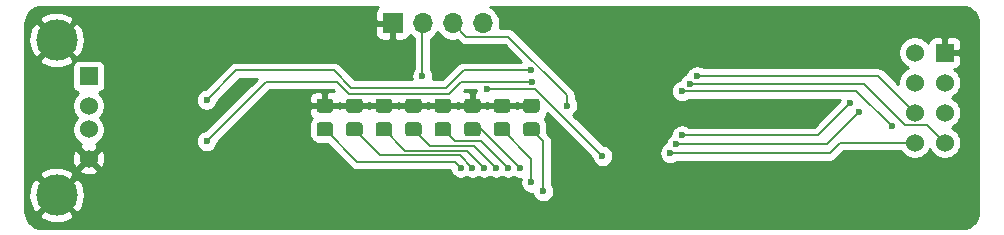
<source format=gbl>
G04 #@! TF.GenerationSoftware,KiCad,Pcbnew,(5.1.10)-1*
G04 #@! TF.CreationDate,2022-03-27T16:46:42+02:00*
G04 #@! TF.ProjectId,LaserAutoSkipper_RX_schematic,4c617365-7241-4757-946f-536b69707065,1*
G04 #@! TF.SameCoordinates,Original*
G04 #@! TF.FileFunction,Copper,L2,Bot*
G04 #@! TF.FilePolarity,Positive*
%FSLAX46Y46*%
G04 Gerber Fmt 4.6, Leading zero omitted, Abs format (unit mm)*
G04 Created by KiCad (PCBNEW (5.1.10)-1) date 2022-03-27 16:46:42*
%MOMM*%
%LPD*%
G01*
G04 APERTURE LIST*
G04 #@! TA.AperFunction,ComponentPad*
%ADD10C,1.524000*%
G04 #@! TD*
G04 #@! TA.AperFunction,ComponentPad*
%ADD11R,1.524000X1.524000*%
G04 #@! TD*
G04 #@! TA.AperFunction,ComponentPad*
%ADD12C,3.500000*%
G04 #@! TD*
G04 #@! TA.AperFunction,ComponentPad*
%ADD13O,1.700000X1.700000*%
G04 #@! TD*
G04 #@! TA.AperFunction,ComponentPad*
%ADD14R,1.700000X1.700000*%
G04 #@! TD*
G04 #@! TA.AperFunction,ViaPad*
%ADD15C,0.600000*%
G04 #@! TD*
G04 #@! TA.AperFunction,Conductor*
%ADD16C,0.200000*%
G04 #@! TD*
G04 #@! TA.AperFunction,Conductor*
%ADD17C,0.254000*%
G04 #@! TD*
G04 #@! TA.AperFunction,Conductor*
%ADD18C,0.152400*%
G04 #@! TD*
G04 APERTURE END LIST*
D10*
X60000000Y-71500000D03*
X60000000Y-69000000D03*
X60000000Y-67000000D03*
D11*
X60000000Y-64500000D03*
D12*
X57290000Y-61430000D03*
X57290000Y-74570000D03*
D13*
X93370000Y-60000000D03*
X90830000Y-60000000D03*
X88290000Y-60000000D03*
D14*
X85750000Y-60000000D03*
D10*
X129960000Y-70120000D03*
X132500000Y-70120000D03*
X129960000Y-67580000D03*
X132500000Y-67580000D03*
X129960000Y-65040000D03*
X132500000Y-65040000D03*
X129960000Y-62500000D03*
D11*
X132500000Y-62500000D03*
G04 #@! TA.AperFunction,SMDPad,CuDef*
G36*
G01*
X97950001Y-67600000D02*
X97049999Y-67600000D01*
G75*
G02*
X96800000Y-67350001I0J249999D01*
G01*
X96800000Y-66649999D01*
G75*
G02*
X97049999Y-66400000I249999J0D01*
G01*
X97950001Y-66400000D01*
G75*
G02*
X98200000Y-66649999I0J-249999D01*
G01*
X98200000Y-67350001D01*
G75*
G02*
X97950001Y-67600000I-249999J0D01*
G01*
G37*
G04 #@! TD.AperFunction*
G04 #@! TA.AperFunction,SMDPad,CuDef*
G36*
G01*
X97950001Y-69600000D02*
X97049999Y-69600000D01*
G75*
G02*
X96800000Y-69350001I0J249999D01*
G01*
X96800000Y-68649999D01*
G75*
G02*
X97049999Y-68400000I249999J0D01*
G01*
X97950001Y-68400000D01*
G75*
G02*
X98200000Y-68649999I0J-249999D01*
G01*
X98200000Y-69350001D01*
G75*
G02*
X97950001Y-69600000I-249999J0D01*
G01*
G37*
G04 #@! TD.AperFunction*
G04 #@! TA.AperFunction,SMDPad,CuDef*
G36*
G01*
X95450001Y-67600000D02*
X94549999Y-67600000D01*
G75*
G02*
X94300000Y-67350001I0J249999D01*
G01*
X94300000Y-66649999D01*
G75*
G02*
X94549999Y-66400000I249999J0D01*
G01*
X95450001Y-66400000D01*
G75*
G02*
X95700000Y-66649999I0J-249999D01*
G01*
X95700000Y-67350001D01*
G75*
G02*
X95450001Y-67600000I-249999J0D01*
G01*
G37*
G04 #@! TD.AperFunction*
G04 #@! TA.AperFunction,SMDPad,CuDef*
G36*
G01*
X95450001Y-69600000D02*
X94549999Y-69600000D01*
G75*
G02*
X94300000Y-69350001I0J249999D01*
G01*
X94300000Y-68649999D01*
G75*
G02*
X94549999Y-68400000I249999J0D01*
G01*
X95450001Y-68400000D01*
G75*
G02*
X95700000Y-68649999I0J-249999D01*
G01*
X95700000Y-69350001D01*
G75*
G02*
X95450001Y-69600000I-249999J0D01*
G01*
G37*
G04 #@! TD.AperFunction*
G04 #@! TA.AperFunction,SMDPad,CuDef*
G36*
G01*
X92950001Y-67600000D02*
X92049999Y-67600000D01*
G75*
G02*
X91800000Y-67350001I0J249999D01*
G01*
X91800000Y-66649999D01*
G75*
G02*
X92049999Y-66400000I249999J0D01*
G01*
X92950001Y-66400000D01*
G75*
G02*
X93200000Y-66649999I0J-249999D01*
G01*
X93200000Y-67350001D01*
G75*
G02*
X92950001Y-67600000I-249999J0D01*
G01*
G37*
G04 #@! TD.AperFunction*
G04 #@! TA.AperFunction,SMDPad,CuDef*
G36*
G01*
X92950001Y-69600000D02*
X92049999Y-69600000D01*
G75*
G02*
X91800000Y-69350001I0J249999D01*
G01*
X91800000Y-68649999D01*
G75*
G02*
X92049999Y-68400000I249999J0D01*
G01*
X92950001Y-68400000D01*
G75*
G02*
X93200000Y-68649999I0J-249999D01*
G01*
X93200000Y-69350001D01*
G75*
G02*
X92950001Y-69600000I-249999J0D01*
G01*
G37*
G04 #@! TD.AperFunction*
G04 #@! TA.AperFunction,SMDPad,CuDef*
G36*
G01*
X90450000Y-67600000D02*
X89549998Y-67600000D01*
G75*
G02*
X89299999Y-67350001I0J249999D01*
G01*
X89299999Y-66649999D01*
G75*
G02*
X89549998Y-66400000I249999J0D01*
G01*
X90450000Y-66400000D01*
G75*
G02*
X90699999Y-66649999I0J-249999D01*
G01*
X90699999Y-67350001D01*
G75*
G02*
X90450000Y-67600000I-249999J0D01*
G01*
G37*
G04 #@! TD.AperFunction*
G04 #@! TA.AperFunction,SMDPad,CuDef*
G36*
G01*
X90450000Y-69600000D02*
X89549998Y-69600000D01*
G75*
G02*
X89299999Y-69350001I0J249999D01*
G01*
X89299999Y-68649999D01*
G75*
G02*
X89549998Y-68400000I249999J0D01*
G01*
X90450000Y-68400000D01*
G75*
G02*
X90699999Y-68649999I0J-249999D01*
G01*
X90699999Y-69350001D01*
G75*
G02*
X90450000Y-69600000I-249999J0D01*
G01*
G37*
G04 #@! TD.AperFunction*
G04 #@! TA.AperFunction,SMDPad,CuDef*
G36*
G01*
X87950001Y-67599999D02*
X87049999Y-67599999D01*
G75*
G02*
X86800000Y-67350000I0J249999D01*
G01*
X86800000Y-66649998D01*
G75*
G02*
X87049999Y-66399999I249999J0D01*
G01*
X87950001Y-66399999D01*
G75*
G02*
X88200000Y-66649998I0J-249999D01*
G01*
X88200000Y-67350000D01*
G75*
G02*
X87950001Y-67599999I-249999J0D01*
G01*
G37*
G04 #@! TD.AperFunction*
G04 #@! TA.AperFunction,SMDPad,CuDef*
G36*
G01*
X87950001Y-69599999D02*
X87049999Y-69599999D01*
G75*
G02*
X86800000Y-69350000I0J249999D01*
G01*
X86800000Y-68649998D01*
G75*
G02*
X87049999Y-68399999I249999J0D01*
G01*
X87950001Y-68399999D01*
G75*
G02*
X88200000Y-68649998I0J-249999D01*
G01*
X88200000Y-69350000D01*
G75*
G02*
X87950001Y-69599999I-249999J0D01*
G01*
G37*
G04 #@! TD.AperFunction*
G04 #@! TA.AperFunction,SMDPad,CuDef*
G36*
G01*
X85450001Y-67599999D02*
X84549999Y-67599999D01*
G75*
G02*
X84300000Y-67350000I0J249999D01*
G01*
X84300000Y-66649998D01*
G75*
G02*
X84549999Y-66399999I249999J0D01*
G01*
X85450001Y-66399999D01*
G75*
G02*
X85700000Y-66649998I0J-249999D01*
G01*
X85700000Y-67350000D01*
G75*
G02*
X85450001Y-67599999I-249999J0D01*
G01*
G37*
G04 #@! TD.AperFunction*
G04 #@! TA.AperFunction,SMDPad,CuDef*
G36*
G01*
X85450001Y-69599999D02*
X84549999Y-69599999D01*
G75*
G02*
X84300000Y-69350000I0J249999D01*
G01*
X84300000Y-68649998D01*
G75*
G02*
X84549999Y-68399999I249999J0D01*
G01*
X85450001Y-68399999D01*
G75*
G02*
X85700000Y-68649998I0J-249999D01*
G01*
X85700000Y-69350000D01*
G75*
G02*
X85450001Y-69599999I-249999J0D01*
G01*
G37*
G04 #@! TD.AperFunction*
G04 #@! TA.AperFunction,SMDPad,CuDef*
G36*
G01*
X82950001Y-67599999D02*
X82049999Y-67599999D01*
G75*
G02*
X81800000Y-67350000I0J249999D01*
G01*
X81800000Y-66649998D01*
G75*
G02*
X82049999Y-66399999I249999J0D01*
G01*
X82950001Y-66399999D01*
G75*
G02*
X83200000Y-66649998I0J-249999D01*
G01*
X83200000Y-67350000D01*
G75*
G02*
X82950001Y-67599999I-249999J0D01*
G01*
G37*
G04 #@! TD.AperFunction*
G04 #@! TA.AperFunction,SMDPad,CuDef*
G36*
G01*
X82950001Y-69599999D02*
X82049999Y-69599999D01*
G75*
G02*
X81800000Y-69350000I0J249999D01*
G01*
X81800000Y-68649998D01*
G75*
G02*
X82049999Y-68399999I249999J0D01*
G01*
X82950001Y-68399999D01*
G75*
G02*
X83200000Y-68649998I0J-249999D01*
G01*
X83200000Y-69350000D01*
G75*
G02*
X82950001Y-69599999I-249999J0D01*
G01*
G37*
G04 #@! TD.AperFunction*
G04 #@! TA.AperFunction,SMDPad,CuDef*
G36*
G01*
X80450001Y-67599999D02*
X79549999Y-67599999D01*
G75*
G02*
X79300000Y-67350000I0J249999D01*
G01*
X79300000Y-66649998D01*
G75*
G02*
X79549999Y-66399999I249999J0D01*
G01*
X80450001Y-66399999D01*
G75*
G02*
X80700000Y-66649998I0J-249999D01*
G01*
X80700000Y-67350000D01*
G75*
G02*
X80450001Y-67599999I-249999J0D01*
G01*
G37*
G04 #@! TD.AperFunction*
G04 #@! TA.AperFunction,SMDPad,CuDef*
G36*
G01*
X80450001Y-69599999D02*
X79549999Y-69599999D01*
G75*
G02*
X79300000Y-69350000I0J249999D01*
G01*
X79300000Y-68649998D01*
G75*
G02*
X79549999Y-68399999I249999J0D01*
G01*
X80450001Y-68399999D01*
G75*
G02*
X80700000Y-68649998I0J-249999D01*
G01*
X80700000Y-69350000D01*
G75*
G02*
X80450001Y-69599999I-249999J0D01*
G01*
G37*
G04 #@! TD.AperFunction*
D15*
X104000000Y-70000000D03*
X102000000Y-68000000D03*
X104000000Y-66000000D03*
X106000000Y-68000000D03*
X109250000Y-68000000D03*
X109750000Y-62500000D03*
X89500000Y-62250000D03*
X91500000Y-72249996D03*
X92500000Y-72249996D03*
X93500000Y-72249996D03*
X94500000Y-72249996D03*
X95500000Y-72249996D03*
X96500000Y-72249996D03*
X97500000Y-73500000D03*
X98500000Y-74250000D03*
X70000000Y-70000000D03*
X97533275Y-64966725D03*
X70000000Y-66500000D03*
X97500000Y-64000000D03*
X103500000Y-71250000D03*
X93750000Y-65566725D03*
X111500000Y-64500000D03*
X110934313Y-65127460D03*
X110250000Y-65750000D03*
X128000000Y-68750000D03*
X109250000Y-71000000D03*
X109750000Y-70250000D03*
X125250000Y-67500000D03*
X110250000Y-69500000D03*
X124500000Y-66750000D03*
X100500000Y-67000000D03*
X88250000Y-64500000D03*
D16*
X91500000Y-72249996D02*
X91000004Y-71750000D01*
X82750001Y-71750000D02*
X80000000Y-68999999D01*
X91000004Y-71750000D02*
X82750001Y-71750000D01*
X84700031Y-71200030D02*
X82500000Y-68999999D01*
X91450034Y-71200030D02*
X84700031Y-71200030D01*
X92500000Y-72249996D02*
X91450034Y-71200030D01*
X86800021Y-70800020D02*
X85000000Y-68999999D01*
X92050024Y-70800020D02*
X86800021Y-70800020D01*
X93500000Y-72249996D02*
X92050024Y-70800020D01*
X88900011Y-70400010D02*
X87500000Y-68999999D01*
X92650014Y-70400010D02*
X88900011Y-70400010D01*
X94500000Y-72249996D02*
X92650014Y-70400010D01*
X95500000Y-72249996D02*
X93250004Y-70000000D01*
X90999999Y-70000000D02*
X89999999Y-69000000D01*
X93250004Y-70000000D02*
X90999999Y-70000000D01*
X93250004Y-69000000D02*
X92500000Y-69000000D01*
X96500000Y-72249996D02*
X93250004Y-69000000D01*
X97500000Y-71500000D02*
X95000000Y-69000000D01*
X97500000Y-73500000D02*
X97500000Y-71500000D01*
X98500000Y-70000000D02*
X97500000Y-69000000D01*
X98500000Y-74250000D02*
X98500000Y-70000000D01*
X75033275Y-64966725D02*
X70000000Y-70000000D01*
X81033275Y-64966725D02*
X75033275Y-64966725D01*
X82066550Y-66000000D02*
X81033275Y-64966725D01*
X90500000Y-66000000D02*
X82066550Y-66000000D01*
X91533275Y-64966725D02*
X90500000Y-66000000D01*
X97533275Y-64966725D02*
X91533275Y-64966725D01*
X72500000Y-64000000D02*
X70000000Y-66500000D01*
X80750000Y-64000000D02*
X72500000Y-64000000D01*
X82250000Y-65500000D02*
X80750000Y-64000000D01*
X90250000Y-65500000D02*
X82250000Y-65500000D01*
X91750000Y-64000000D02*
X90250000Y-65500000D01*
X97500000Y-64000000D02*
X91750000Y-64000000D01*
X97816725Y-65566725D02*
X93750000Y-65566725D01*
X103500000Y-71250000D02*
X97816725Y-65566725D01*
X126880000Y-64500000D02*
X129960000Y-67580000D01*
X111500000Y-64500000D02*
X126880000Y-64500000D01*
X125627460Y-65127460D02*
X110934313Y-65127460D01*
X129142001Y-68642001D02*
X125627460Y-65127460D01*
X131022001Y-68642001D02*
X129142001Y-68642001D01*
X132500000Y-70120000D02*
X131022001Y-68642001D01*
X110250000Y-65750000D02*
X125000000Y-65750000D01*
X125000000Y-65750000D02*
X128000000Y-68750000D01*
X129960000Y-70120000D02*
X123630000Y-70120000D01*
X123630000Y-70120000D02*
X122750000Y-71000000D01*
X109250000Y-71000000D02*
X122750000Y-71000000D01*
X122500000Y-70250000D02*
X125250000Y-67500000D01*
X109750000Y-70250000D02*
X122500000Y-70250000D01*
X121750000Y-69500000D02*
X124500000Y-66750000D01*
X110250000Y-69500000D02*
X121750000Y-69500000D01*
X91980001Y-61150001D02*
X90830000Y-60000000D01*
X95538003Y-61150001D02*
X91980001Y-61150001D01*
X100500000Y-66111998D02*
X95538003Y-61150001D01*
X100500000Y-67000000D02*
X100500000Y-66111998D01*
X88250000Y-60040000D02*
X88290000Y-60000000D01*
X88250000Y-64500000D02*
X88250000Y-60040000D01*
D17*
X84448815Y-58698815D02*
X84369463Y-58795506D01*
X84310498Y-58905820D01*
X84274188Y-59025518D01*
X84261928Y-59150000D01*
X84265000Y-59714250D01*
X84423750Y-59873000D01*
X85623000Y-59873000D01*
X85623000Y-59853000D01*
X85877000Y-59853000D01*
X85877000Y-59873000D01*
X85897000Y-59873000D01*
X85897000Y-60127000D01*
X85877000Y-60127000D01*
X85877000Y-61326250D01*
X86035750Y-61485000D01*
X86600000Y-61488072D01*
X86724482Y-61475812D01*
X86844180Y-61439502D01*
X86954494Y-61380537D01*
X87051185Y-61301185D01*
X87130537Y-61204494D01*
X87189502Y-61094180D01*
X87211513Y-61021620D01*
X87343368Y-61153475D01*
X87515001Y-61268156D01*
X87515000Y-63917049D01*
X87421414Y-64057111D01*
X87350932Y-64227271D01*
X87315000Y-64407911D01*
X87315000Y-64592089D01*
X87349395Y-64765000D01*
X82554447Y-64765000D01*
X81295258Y-63505812D01*
X81272238Y-63477762D01*
X81160320Y-63385913D01*
X81032633Y-63317663D01*
X80894085Y-63275635D01*
X80786105Y-63265000D01*
X80750000Y-63261444D01*
X80713895Y-63265000D01*
X72536105Y-63265000D01*
X72500000Y-63261444D01*
X72463895Y-63265000D01*
X72355915Y-63275635D01*
X72217367Y-63317663D01*
X72089680Y-63385913D01*
X71977762Y-63477762D01*
X71954746Y-63505807D01*
X69892485Y-65568068D01*
X69727271Y-65600932D01*
X69557111Y-65671414D01*
X69403972Y-65773738D01*
X69273738Y-65903972D01*
X69171414Y-66057111D01*
X69100932Y-66227271D01*
X69065000Y-66407911D01*
X69065000Y-66592089D01*
X69100932Y-66772729D01*
X69171414Y-66942889D01*
X69273738Y-67096028D01*
X69403972Y-67226262D01*
X69557111Y-67328586D01*
X69727271Y-67399068D01*
X69907911Y-67435000D01*
X70092089Y-67435000D01*
X70272729Y-67399068D01*
X70442889Y-67328586D01*
X70596028Y-67226262D01*
X70726262Y-67096028D01*
X70828586Y-66942889D01*
X70899068Y-66772729D01*
X70931932Y-66607515D01*
X72804447Y-64735000D01*
X74225553Y-64735000D01*
X69892486Y-69068068D01*
X69727271Y-69100932D01*
X69557111Y-69171414D01*
X69403972Y-69273738D01*
X69273738Y-69403972D01*
X69171414Y-69557111D01*
X69100932Y-69727271D01*
X69065000Y-69907911D01*
X69065000Y-70092089D01*
X69100932Y-70272729D01*
X69171414Y-70442889D01*
X69273738Y-70596028D01*
X69403972Y-70726262D01*
X69557111Y-70828586D01*
X69727271Y-70899068D01*
X69907911Y-70935000D01*
X70092089Y-70935000D01*
X70272729Y-70899068D01*
X70442889Y-70828586D01*
X70596028Y-70726262D01*
X70726262Y-70596028D01*
X70828586Y-70442889D01*
X70899068Y-70272729D01*
X70931932Y-70107514D01*
X74639447Y-66399999D01*
X78661928Y-66399999D01*
X78665000Y-66714249D01*
X78823750Y-66872999D01*
X79873000Y-66872999D01*
X79873000Y-65923749D01*
X79714250Y-65764999D01*
X79300000Y-65761927D01*
X79175518Y-65774187D01*
X79055820Y-65810497D01*
X78945506Y-65869462D01*
X78848815Y-65948814D01*
X78769463Y-66045505D01*
X78710498Y-66155819D01*
X78674188Y-66275517D01*
X78661928Y-66399999D01*
X74639447Y-66399999D01*
X75337722Y-65701725D01*
X80728829Y-65701725D01*
X80798757Y-65771653D01*
X80700000Y-65761927D01*
X80285750Y-65764999D01*
X80127000Y-65923749D01*
X80127000Y-66872999D01*
X81176250Y-66872999D01*
X81250000Y-66799249D01*
X81323750Y-66872999D01*
X82373000Y-66872999D01*
X82373000Y-66852999D01*
X82627000Y-66852999D01*
X82627000Y-66872999D01*
X83676250Y-66872999D01*
X83750000Y-66799249D01*
X83823750Y-66872999D01*
X84873000Y-66872999D01*
X84873000Y-66852999D01*
X85127000Y-66852999D01*
X85127000Y-66872999D01*
X86176250Y-66872999D01*
X86250000Y-66799249D01*
X86323750Y-66872999D01*
X87373000Y-66872999D01*
X87373000Y-66852999D01*
X87627000Y-66852999D01*
X87627000Y-66872999D01*
X88676250Y-66872999D01*
X88749999Y-66799250D01*
X88823749Y-66873000D01*
X89872999Y-66873000D01*
X89872999Y-66853000D01*
X90126999Y-66853000D01*
X90126999Y-66873000D01*
X91176249Y-66873000D01*
X91250000Y-66799250D01*
X91323750Y-66873000D01*
X92373000Y-66873000D01*
X92373000Y-65923750D01*
X92214250Y-65765000D01*
X91800000Y-65761928D01*
X91775063Y-65764384D01*
X91837722Y-65701725D01*
X92823536Y-65701725D01*
X92836048Y-65764627D01*
X92785750Y-65765000D01*
X92627000Y-65923750D01*
X92627000Y-66873000D01*
X93676250Y-66873000D01*
X93750000Y-66799250D01*
X93823750Y-66873000D01*
X94873000Y-66873000D01*
X94873000Y-66853000D01*
X95127000Y-66853000D01*
X95127000Y-66873000D01*
X96176250Y-66873000D01*
X96250000Y-66799250D01*
X96323750Y-66873000D01*
X97373000Y-66873000D01*
X97373000Y-66853000D01*
X97627000Y-66853000D01*
X97627000Y-66873000D01*
X97647000Y-66873000D01*
X97647000Y-67127000D01*
X97627000Y-67127000D01*
X97627000Y-67147000D01*
X97373000Y-67147000D01*
X97373000Y-67127000D01*
X96323750Y-67127000D01*
X96250000Y-67200750D01*
X96176250Y-67127000D01*
X95127000Y-67127000D01*
X95127000Y-67147000D01*
X94873000Y-67147000D01*
X94873000Y-67127000D01*
X93823750Y-67127000D01*
X93750000Y-67200750D01*
X93676250Y-67127000D01*
X92627000Y-67127000D01*
X92627000Y-67147000D01*
X92373000Y-67147000D01*
X92373000Y-67127000D01*
X91323750Y-67127000D01*
X91250000Y-67200751D01*
X91176249Y-67127000D01*
X90126999Y-67127000D01*
X90126999Y-67147000D01*
X89872999Y-67147000D01*
X89872999Y-67127000D01*
X88823749Y-67127000D01*
X88750000Y-67200749D01*
X88676250Y-67126999D01*
X87627000Y-67126999D01*
X87627000Y-67146999D01*
X87373000Y-67146999D01*
X87373000Y-67126999D01*
X86323750Y-67126999D01*
X86250000Y-67200749D01*
X86176250Y-67126999D01*
X85127000Y-67126999D01*
X85127000Y-67146999D01*
X84873000Y-67146999D01*
X84873000Y-67126999D01*
X83823750Y-67126999D01*
X83750000Y-67200749D01*
X83676250Y-67126999D01*
X82627000Y-67126999D01*
X82627000Y-67146999D01*
X82373000Y-67146999D01*
X82373000Y-67126999D01*
X81323750Y-67126999D01*
X81250000Y-67200749D01*
X81176250Y-67126999D01*
X80127000Y-67126999D01*
X80127000Y-67146999D01*
X79873000Y-67146999D01*
X79873000Y-67126999D01*
X78823750Y-67126999D01*
X78665000Y-67285749D01*
X78661928Y-67599999D01*
X78674188Y-67724481D01*
X78710498Y-67844179D01*
X78769463Y-67954493D01*
X78848815Y-68051184D01*
X78878276Y-68075362D01*
X78811595Y-68156612D01*
X78729528Y-68310148D01*
X78678992Y-68476744D01*
X78661928Y-68649998D01*
X78661928Y-69350000D01*
X78678992Y-69523254D01*
X78729528Y-69689850D01*
X78811595Y-69843386D01*
X78922038Y-69977961D01*
X79056613Y-70088404D01*
X79210149Y-70170471D01*
X79376745Y-70221007D01*
X79549999Y-70238071D01*
X80198626Y-70238071D01*
X82204747Y-72244193D01*
X82227763Y-72272238D01*
X82255807Y-72295253D01*
X82339681Y-72364087D01*
X82467367Y-72432337D01*
X82605916Y-72474365D01*
X82750001Y-72488556D01*
X82786106Y-72485000D01*
X90593428Y-72485000D01*
X90600932Y-72522725D01*
X90671414Y-72692885D01*
X90773738Y-72846024D01*
X90903972Y-72976258D01*
X91057111Y-73078582D01*
X91227271Y-73149064D01*
X91407911Y-73184996D01*
X91592089Y-73184996D01*
X91772729Y-73149064D01*
X91942889Y-73078582D01*
X92000000Y-73040422D01*
X92057111Y-73078582D01*
X92227271Y-73149064D01*
X92407911Y-73184996D01*
X92592089Y-73184996D01*
X92772729Y-73149064D01*
X92942889Y-73078582D01*
X93000000Y-73040422D01*
X93057111Y-73078582D01*
X93227271Y-73149064D01*
X93407911Y-73184996D01*
X93592089Y-73184996D01*
X93772729Y-73149064D01*
X93942889Y-73078582D01*
X94000000Y-73040422D01*
X94057111Y-73078582D01*
X94227271Y-73149064D01*
X94407911Y-73184996D01*
X94592089Y-73184996D01*
X94772729Y-73149064D01*
X94942889Y-73078582D01*
X95000000Y-73040422D01*
X95057111Y-73078582D01*
X95227271Y-73149064D01*
X95407911Y-73184996D01*
X95592089Y-73184996D01*
X95772729Y-73149064D01*
X95942889Y-73078582D01*
X96000000Y-73040422D01*
X96057111Y-73078582D01*
X96227271Y-73149064D01*
X96407911Y-73184996D01*
X96592089Y-73184996D01*
X96620809Y-73179283D01*
X96600932Y-73227271D01*
X96565000Y-73407911D01*
X96565000Y-73592089D01*
X96600932Y-73772729D01*
X96671414Y-73942889D01*
X96773738Y-74096028D01*
X96903972Y-74226262D01*
X97057111Y-74328586D01*
X97227271Y-74399068D01*
X97407911Y-74435000D01*
X97583481Y-74435000D01*
X97600932Y-74522729D01*
X97671414Y-74692889D01*
X97773738Y-74846028D01*
X97903972Y-74976262D01*
X98057111Y-75078586D01*
X98227271Y-75149068D01*
X98407911Y-75185000D01*
X98592089Y-75185000D01*
X98772729Y-75149068D01*
X98942889Y-75078586D01*
X99096028Y-74976262D01*
X99226262Y-74846028D01*
X99328586Y-74692889D01*
X99399068Y-74522729D01*
X99435000Y-74342089D01*
X99435000Y-74157911D01*
X99399068Y-73977271D01*
X99328586Y-73807111D01*
X99235000Y-73667049D01*
X99235000Y-70036105D01*
X99238556Y-70000000D01*
X99224365Y-69855915D01*
X99182337Y-69717366D01*
X99114087Y-69589680D01*
X99061526Y-69525635D01*
X99022238Y-69477762D01*
X98994193Y-69454746D01*
X98838072Y-69298625D01*
X98838072Y-68649999D01*
X98821008Y-68476745D01*
X98770472Y-68310149D01*
X98688405Y-68156613D01*
X98621724Y-68075363D01*
X98651185Y-68051185D01*
X98730537Y-67954494D01*
X98789502Y-67844180D01*
X98825812Y-67724482D01*
X98835605Y-67625051D01*
X102568069Y-71357515D01*
X102600932Y-71522729D01*
X102671414Y-71692889D01*
X102773738Y-71846028D01*
X102903972Y-71976262D01*
X103057111Y-72078586D01*
X103227271Y-72149068D01*
X103407911Y-72185000D01*
X103592089Y-72185000D01*
X103772729Y-72149068D01*
X103942889Y-72078586D01*
X104096028Y-71976262D01*
X104226262Y-71846028D01*
X104328586Y-71692889D01*
X104399068Y-71522729D01*
X104435000Y-71342089D01*
X104435000Y-71157911D01*
X104399068Y-70977271D01*
X104370339Y-70907911D01*
X108315000Y-70907911D01*
X108315000Y-71092089D01*
X108350932Y-71272729D01*
X108421414Y-71442889D01*
X108523738Y-71596028D01*
X108653972Y-71726262D01*
X108807111Y-71828586D01*
X108977271Y-71899068D01*
X109157911Y-71935000D01*
X109342089Y-71935000D01*
X109522729Y-71899068D01*
X109692889Y-71828586D01*
X109832951Y-71735000D01*
X122713895Y-71735000D01*
X122750000Y-71738556D01*
X122786105Y-71735000D01*
X122894085Y-71724365D01*
X123032633Y-71682337D01*
X123160320Y-71614087D01*
X123272238Y-71522238D01*
X123295258Y-71494188D01*
X123934447Y-70855000D01*
X128770955Y-70855000D01*
X128874880Y-71010535D01*
X129069465Y-71205120D01*
X129298273Y-71358005D01*
X129552510Y-71463314D01*
X129822408Y-71517000D01*
X130097592Y-71517000D01*
X130367490Y-71463314D01*
X130621727Y-71358005D01*
X130850535Y-71205120D01*
X131045120Y-71010535D01*
X131198005Y-70781727D01*
X131230000Y-70704485D01*
X131261995Y-70781727D01*
X131414880Y-71010535D01*
X131609465Y-71205120D01*
X131838273Y-71358005D01*
X132092510Y-71463314D01*
X132362408Y-71517000D01*
X132637592Y-71517000D01*
X132907490Y-71463314D01*
X133161727Y-71358005D01*
X133390535Y-71205120D01*
X133585120Y-71010535D01*
X133738005Y-70781727D01*
X133843314Y-70527490D01*
X133897000Y-70257592D01*
X133897000Y-69982408D01*
X133843314Y-69712510D01*
X133738005Y-69458273D01*
X133585120Y-69229465D01*
X133390535Y-69034880D01*
X133161727Y-68881995D01*
X133084485Y-68850000D01*
X133161727Y-68818005D01*
X133390535Y-68665120D01*
X133585120Y-68470535D01*
X133738005Y-68241727D01*
X133843314Y-67987490D01*
X133897000Y-67717592D01*
X133897000Y-67442408D01*
X133843314Y-67172510D01*
X133738005Y-66918273D01*
X133585120Y-66689465D01*
X133390535Y-66494880D01*
X133161727Y-66341995D01*
X133084485Y-66310000D01*
X133161727Y-66278005D01*
X133390535Y-66125120D01*
X133585120Y-65930535D01*
X133738005Y-65701727D01*
X133843314Y-65447490D01*
X133897000Y-65177592D01*
X133897000Y-64902408D01*
X133843314Y-64632510D01*
X133738005Y-64378273D01*
X133585120Y-64149465D01*
X133390535Y-63954880D01*
X133302535Y-63896080D01*
X133386482Y-63887812D01*
X133506180Y-63851502D01*
X133616494Y-63792537D01*
X133713185Y-63713185D01*
X133792537Y-63616494D01*
X133851502Y-63506180D01*
X133887812Y-63386482D01*
X133900072Y-63262000D01*
X133897000Y-62785750D01*
X133738250Y-62627000D01*
X132627000Y-62627000D01*
X132627000Y-62647000D01*
X132373000Y-62647000D01*
X132373000Y-62627000D01*
X132353000Y-62627000D01*
X132353000Y-62373000D01*
X132373000Y-62373000D01*
X132373000Y-61261750D01*
X132627000Y-61261750D01*
X132627000Y-62373000D01*
X133738250Y-62373000D01*
X133897000Y-62214250D01*
X133900072Y-61738000D01*
X133887812Y-61613518D01*
X133851502Y-61493820D01*
X133792537Y-61383506D01*
X133713185Y-61286815D01*
X133616494Y-61207463D01*
X133506180Y-61148498D01*
X133386482Y-61112188D01*
X133262000Y-61099928D01*
X132785750Y-61103000D01*
X132627000Y-61261750D01*
X132373000Y-61261750D01*
X132214250Y-61103000D01*
X131738000Y-61099928D01*
X131613518Y-61112188D01*
X131493820Y-61148498D01*
X131383506Y-61207463D01*
X131286815Y-61286815D01*
X131207463Y-61383506D01*
X131148498Y-61493820D01*
X131112188Y-61613518D01*
X131103920Y-61697465D01*
X131045120Y-61609465D01*
X130850535Y-61414880D01*
X130621727Y-61261995D01*
X130367490Y-61156686D01*
X130097592Y-61103000D01*
X129822408Y-61103000D01*
X129552510Y-61156686D01*
X129298273Y-61261995D01*
X129069465Y-61414880D01*
X128874880Y-61609465D01*
X128721995Y-61838273D01*
X128616686Y-62092510D01*
X128563000Y-62362408D01*
X128563000Y-62637592D01*
X128616686Y-62907490D01*
X128721995Y-63161727D01*
X128874880Y-63390535D01*
X129069465Y-63585120D01*
X129298273Y-63738005D01*
X129375515Y-63770000D01*
X129298273Y-63801995D01*
X129069465Y-63954880D01*
X128874880Y-64149465D01*
X128721995Y-64378273D01*
X128616686Y-64632510D01*
X128563000Y-64902408D01*
X128563000Y-65143554D01*
X127425259Y-64005813D01*
X127402238Y-63977762D01*
X127290320Y-63885913D01*
X127162633Y-63817663D01*
X127024085Y-63775635D01*
X126916105Y-63765000D01*
X126880000Y-63761444D01*
X126843895Y-63765000D01*
X112082951Y-63765000D01*
X111942889Y-63671414D01*
X111772729Y-63600932D01*
X111592089Y-63565000D01*
X111407911Y-63565000D01*
X111227271Y-63600932D01*
X111057111Y-63671414D01*
X110903972Y-63773738D01*
X110773738Y-63903972D01*
X110671414Y-64057111D01*
X110600932Y-64227271D01*
X110595243Y-64255871D01*
X110491424Y-64298874D01*
X110338285Y-64401198D01*
X110208051Y-64531432D01*
X110105727Y-64684571D01*
X110042165Y-64838024D01*
X109977271Y-64850932D01*
X109807111Y-64921414D01*
X109653972Y-65023738D01*
X109523738Y-65153972D01*
X109421414Y-65307111D01*
X109350932Y-65477271D01*
X109315000Y-65657911D01*
X109315000Y-65842089D01*
X109350932Y-66022729D01*
X109421414Y-66192889D01*
X109523738Y-66346028D01*
X109653972Y-66476262D01*
X109807111Y-66578586D01*
X109977271Y-66649068D01*
X110157911Y-66685000D01*
X110342089Y-66685000D01*
X110522729Y-66649068D01*
X110692889Y-66578586D01*
X110832951Y-66485000D01*
X123599395Y-66485000D01*
X123568069Y-66642485D01*
X121445554Y-68765000D01*
X110832951Y-68765000D01*
X110692889Y-68671414D01*
X110522729Y-68600932D01*
X110342089Y-68565000D01*
X110157911Y-68565000D01*
X109977271Y-68600932D01*
X109807111Y-68671414D01*
X109653972Y-68773738D01*
X109523738Y-68903972D01*
X109421414Y-69057111D01*
X109350932Y-69227271D01*
X109315000Y-69407911D01*
X109315000Y-69418146D01*
X109307111Y-69421414D01*
X109153972Y-69523738D01*
X109023738Y-69653972D01*
X108921414Y-69807111D01*
X108850932Y-69977271D01*
X108815000Y-70157911D01*
X108815000Y-70168146D01*
X108807111Y-70171414D01*
X108653972Y-70273738D01*
X108523738Y-70403972D01*
X108421414Y-70557111D01*
X108350932Y-70727271D01*
X108315000Y-70907911D01*
X104370339Y-70907911D01*
X104328586Y-70807111D01*
X104226262Y-70653972D01*
X104096028Y-70523738D01*
X103942889Y-70421414D01*
X103772729Y-70350932D01*
X103607515Y-70318069D01*
X101047880Y-67758433D01*
X101096028Y-67726262D01*
X101226262Y-67596028D01*
X101328586Y-67442889D01*
X101399068Y-67272729D01*
X101435000Y-67092089D01*
X101435000Y-66907911D01*
X101399068Y-66727271D01*
X101328586Y-66557111D01*
X101235000Y-66417049D01*
X101235000Y-66148092D01*
X101238555Y-66111997D01*
X101235000Y-66075902D01*
X101235000Y-66075893D01*
X101224365Y-65967913D01*
X101182337Y-65829365D01*
X101114087Y-65701678D01*
X101022238Y-65589760D01*
X100994193Y-65566744D01*
X96083262Y-60655814D01*
X96060241Y-60627763D01*
X95948323Y-60535914D01*
X95820636Y-60467664D01*
X95682088Y-60425636D01*
X95574108Y-60415001D01*
X95538003Y-60411445D01*
X95501898Y-60415001D01*
X94801544Y-60415001D01*
X94855000Y-60146260D01*
X94855000Y-59853740D01*
X94797932Y-59566842D01*
X94685990Y-59296589D01*
X94523475Y-59053368D01*
X94316632Y-58846525D01*
X94073411Y-58684010D01*
X94001081Y-58654050D01*
X133968015Y-58654050D01*
X134260818Y-58682760D01*
X134511708Y-58758508D01*
X134743101Y-58881542D01*
X134946190Y-59047177D01*
X135113244Y-59249111D01*
X135237889Y-59479637D01*
X135315386Y-59729990D01*
X135345951Y-60020790D01*
X135345950Y-75968015D01*
X135317240Y-76260820D01*
X135241493Y-76511706D01*
X135118458Y-76743101D01*
X134952820Y-76946193D01*
X134750888Y-77113245D01*
X134520363Y-77237889D01*
X134270009Y-77315386D01*
X133979219Y-77345950D01*
X56031985Y-77345950D01*
X55739180Y-77317240D01*
X55488294Y-77241493D01*
X55256899Y-77118458D01*
X55053807Y-76952820D01*
X54886755Y-76750888D01*
X54762111Y-76520363D01*
X54684614Y-76270009D01*
X54681419Y-76239609D01*
X55799997Y-76239609D01*
X55986073Y-76580766D01*
X56403409Y-76796513D01*
X56854815Y-76926696D01*
X57322946Y-76966313D01*
X57789811Y-76913842D01*
X58237468Y-76771297D01*
X58593927Y-76580766D01*
X58780003Y-76239609D01*
X57290000Y-74749605D01*
X55799997Y-76239609D01*
X54681419Y-76239609D01*
X54654050Y-75979219D01*
X54654050Y-74602946D01*
X54893687Y-74602946D01*
X54946158Y-75069811D01*
X55088703Y-75517468D01*
X55279234Y-75873927D01*
X55620391Y-76060003D01*
X57110395Y-74570000D01*
X57469605Y-74570000D01*
X58959609Y-76060003D01*
X59300766Y-75873927D01*
X59516513Y-75456591D01*
X59646696Y-75005185D01*
X59686313Y-74537054D01*
X59633842Y-74070189D01*
X59491297Y-73622532D01*
X59300766Y-73266073D01*
X58959609Y-73079997D01*
X57469605Y-74570000D01*
X57110395Y-74570000D01*
X55620391Y-73079997D01*
X55279234Y-73266073D01*
X55063487Y-73683409D01*
X54933304Y-74134815D01*
X54893687Y-74602946D01*
X54654050Y-74602946D01*
X54654050Y-72900391D01*
X55799997Y-72900391D01*
X57290000Y-74390395D01*
X58780003Y-72900391D01*
X58593927Y-72559234D01*
X58412736Y-72465565D01*
X59214040Y-72465565D01*
X59281020Y-72705656D01*
X59530048Y-72822756D01*
X59797135Y-72889023D01*
X60072017Y-72901910D01*
X60344133Y-72860922D01*
X60603023Y-72767636D01*
X60718980Y-72705656D01*
X60785960Y-72465565D01*
X60000000Y-71679605D01*
X59214040Y-72465565D01*
X58412736Y-72465565D01*
X58176591Y-72343487D01*
X57725185Y-72213304D01*
X57257054Y-72173687D01*
X56790189Y-72226158D01*
X56342532Y-72368703D01*
X55986073Y-72559234D01*
X55799997Y-72900391D01*
X54654050Y-72900391D01*
X54654050Y-71572017D01*
X58598090Y-71572017D01*
X58639078Y-71844133D01*
X58732364Y-72103023D01*
X58794344Y-72218980D01*
X59034435Y-72285960D01*
X59820395Y-71500000D01*
X60179605Y-71500000D01*
X60965565Y-72285960D01*
X61205656Y-72218980D01*
X61322756Y-71969952D01*
X61389023Y-71702865D01*
X61401910Y-71427983D01*
X61360922Y-71155867D01*
X61267636Y-70896977D01*
X61205656Y-70781020D01*
X60965565Y-70714040D01*
X60179605Y-71500000D01*
X59820395Y-71500000D01*
X59034435Y-70714040D01*
X58794344Y-70781020D01*
X58677244Y-71030048D01*
X58610977Y-71297135D01*
X58598090Y-71572017D01*
X54654050Y-71572017D01*
X54654050Y-63099609D01*
X55799997Y-63099609D01*
X55986073Y-63440766D01*
X56403409Y-63656513D01*
X56854815Y-63786696D01*
X57322946Y-63826313D01*
X57789811Y-63773842D01*
X57902371Y-63738000D01*
X58599928Y-63738000D01*
X58599928Y-65262000D01*
X58612188Y-65386482D01*
X58648498Y-65506180D01*
X58707463Y-65616494D01*
X58786815Y-65713185D01*
X58883506Y-65792537D01*
X58993820Y-65851502D01*
X59113518Y-65887812D01*
X59145292Y-65890941D01*
X59109465Y-65914880D01*
X58914880Y-66109465D01*
X58761995Y-66338273D01*
X58656686Y-66592510D01*
X58603000Y-66862408D01*
X58603000Y-67137592D01*
X58656686Y-67407490D01*
X58761995Y-67661727D01*
X58914880Y-67890535D01*
X59024345Y-68000000D01*
X58914880Y-68109465D01*
X58761995Y-68338273D01*
X58656686Y-68592510D01*
X58603000Y-68862408D01*
X58603000Y-69137592D01*
X58656686Y-69407490D01*
X58761995Y-69661727D01*
X58914880Y-69890535D01*
X59109465Y-70085120D01*
X59338273Y-70238005D01*
X59365401Y-70249242D01*
X59281020Y-70294344D01*
X59214040Y-70534435D01*
X60000000Y-71320395D01*
X60785960Y-70534435D01*
X60718980Y-70294344D01*
X60628467Y-70251782D01*
X60661727Y-70238005D01*
X60890535Y-70085120D01*
X61085120Y-69890535D01*
X61238005Y-69661727D01*
X61343314Y-69407490D01*
X61397000Y-69137592D01*
X61397000Y-68862408D01*
X61343314Y-68592510D01*
X61238005Y-68338273D01*
X61085120Y-68109465D01*
X60975655Y-68000000D01*
X61085120Y-67890535D01*
X61238005Y-67661727D01*
X61343314Y-67407490D01*
X61397000Y-67137592D01*
X61397000Y-66862408D01*
X61343314Y-66592510D01*
X61238005Y-66338273D01*
X61085120Y-66109465D01*
X60890535Y-65914880D01*
X60854708Y-65890941D01*
X60886482Y-65887812D01*
X61006180Y-65851502D01*
X61116494Y-65792537D01*
X61213185Y-65713185D01*
X61292537Y-65616494D01*
X61351502Y-65506180D01*
X61387812Y-65386482D01*
X61400072Y-65262000D01*
X61400072Y-63738000D01*
X61387812Y-63613518D01*
X61351502Y-63493820D01*
X61292537Y-63383506D01*
X61213185Y-63286815D01*
X61116494Y-63207463D01*
X61006180Y-63148498D01*
X60886482Y-63112188D01*
X60762000Y-63099928D01*
X59238000Y-63099928D01*
X59113518Y-63112188D01*
X58993820Y-63148498D01*
X58883506Y-63207463D01*
X58786815Y-63286815D01*
X58707463Y-63383506D01*
X58648498Y-63493820D01*
X58612188Y-63613518D01*
X58599928Y-63738000D01*
X57902371Y-63738000D01*
X58237468Y-63631297D01*
X58593927Y-63440766D01*
X58780003Y-63099609D01*
X57290000Y-61609605D01*
X55799997Y-63099609D01*
X54654050Y-63099609D01*
X54654050Y-61462946D01*
X54893687Y-61462946D01*
X54946158Y-61929811D01*
X55088703Y-62377468D01*
X55279234Y-62733927D01*
X55620391Y-62920003D01*
X57110395Y-61430000D01*
X57469605Y-61430000D01*
X58959609Y-62920003D01*
X59300766Y-62733927D01*
X59516513Y-62316591D01*
X59646696Y-61865185D01*
X59686313Y-61397054D01*
X59633842Y-60930189D01*
X59608308Y-60850000D01*
X84261928Y-60850000D01*
X84274188Y-60974482D01*
X84310498Y-61094180D01*
X84369463Y-61204494D01*
X84448815Y-61301185D01*
X84545506Y-61380537D01*
X84655820Y-61439502D01*
X84775518Y-61475812D01*
X84900000Y-61488072D01*
X85464250Y-61485000D01*
X85623000Y-61326250D01*
X85623000Y-60127000D01*
X84423750Y-60127000D01*
X84265000Y-60285750D01*
X84261928Y-60850000D01*
X59608308Y-60850000D01*
X59491297Y-60482532D01*
X59300766Y-60126073D01*
X58959609Y-59939997D01*
X57469605Y-61430000D01*
X57110395Y-61430000D01*
X55620391Y-59939997D01*
X55279234Y-60126073D01*
X55063487Y-60543409D01*
X54933304Y-60994815D01*
X54893687Y-61462946D01*
X54654050Y-61462946D01*
X54654050Y-60031985D01*
X54680680Y-59760391D01*
X55799997Y-59760391D01*
X57290000Y-61250395D01*
X58780003Y-59760391D01*
X58593927Y-59419234D01*
X58176591Y-59203487D01*
X57725185Y-59073304D01*
X57257054Y-59033687D01*
X56790189Y-59086158D01*
X56342532Y-59228703D01*
X55986073Y-59419234D01*
X55799997Y-59760391D01*
X54680680Y-59760391D01*
X54682760Y-59739182D01*
X54758508Y-59488292D01*
X54881542Y-59256899D01*
X55047177Y-59053810D01*
X55249111Y-58886756D01*
X55479637Y-58762111D01*
X55729990Y-58684614D01*
X56020780Y-58654050D01*
X84503361Y-58654050D01*
X84448815Y-58698815D01*
G04 #@! TA.AperFunction,Conductor*
D18*
G36*
X84448815Y-58698815D02*
G01*
X84369463Y-58795506D01*
X84310498Y-58905820D01*
X84274188Y-59025518D01*
X84261928Y-59150000D01*
X84265000Y-59714250D01*
X84423750Y-59873000D01*
X85623000Y-59873000D01*
X85623000Y-59853000D01*
X85877000Y-59853000D01*
X85877000Y-59873000D01*
X85897000Y-59873000D01*
X85897000Y-60127000D01*
X85877000Y-60127000D01*
X85877000Y-61326250D01*
X86035750Y-61485000D01*
X86600000Y-61488072D01*
X86724482Y-61475812D01*
X86844180Y-61439502D01*
X86954494Y-61380537D01*
X87051185Y-61301185D01*
X87130537Y-61204494D01*
X87189502Y-61094180D01*
X87211513Y-61021620D01*
X87343368Y-61153475D01*
X87515001Y-61268156D01*
X87515000Y-63917049D01*
X87421414Y-64057111D01*
X87350932Y-64227271D01*
X87315000Y-64407911D01*
X87315000Y-64592089D01*
X87349395Y-64765000D01*
X82554447Y-64765000D01*
X81295258Y-63505812D01*
X81272238Y-63477762D01*
X81160320Y-63385913D01*
X81032633Y-63317663D01*
X80894085Y-63275635D01*
X80786105Y-63265000D01*
X80750000Y-63261444D01*
X80713895Y-63265000D01*
X72536105Y-63265000D01*
X72500000Y-63261444D01*
X72463895Y-63265000D01*
X72355915Y-63275635D01*
X72217367Y-63317663D01*
X72089680Y-63385913D01*
X71977762Y-63477762D01*
X71954746Y-63505807D01*
X69892485Y-65568068D01*
X69727271Y-65600932D01*
X69557111Y-65671414D01*
X69403972Y-65773738D01*
X69273738Y-65903972D01*
X69171414Y-66057111D01*
X69100932Y-66227271D01*
X69065000Y-66407911D01*
X69065000Y-66592089D01*
X69100932Y-66772729D01*
X69171414Y-66942889D01*
X69273738Y-67096028D01*
X69403972Y-67226262D01*
X69557111Y-67328586D01*
X69727271Y-67399068D01*
X69907911Y-67435000D01*
X70092089Y-67435000D01*
X70272729Y-67399068D01*
X70442889Y-67328586D01*
X70596028Y-67226262D01*
X70726262Y-67096028D01*
X70828586Y-66942889D01*
X70899068Y-66772729D01*
X70931932Y-66607515D01*
X72804447Y-64735000D01*
X74225553Y-64735000D01*
X69892486Y-69068068D01*
X69727271Y-69100932D01*
X69557111Y-69171414D01*
X69403972Y-69273738D01*
X69273738Y-69403972D01*
X69171414Y-69557111D01*
X69100932Y-69727271D01*
X69065000Y-69907911D01*
X69065000Y-70092089D01*
X69100932Y-70272729D01*
X69171414Y-70442889D01*
X69273738Y-70596028D01*
X69403972Y-70726262D01*
X69557111Y-70828586D01*
X69727271Y-70899068D01*
X69907911Y-70935000D01*
X70092089Y-70935000D01*
X70272729Y-70899068D01*
X70442889Y-70828586D01*
X70596028Y-70726262D01*
X70726262Y-70596028D01*
X70828586Y-70442889D01*
X70899068Y-70272729D01*
X70931932Y-70107514D01*
X74639447Y-66399999D01*
X78661928Y-66399999D01*
X78665000Y-66714249D01*
X78823750Y-66872999D01*
X79873000Y-66872999D01*
X79873000Y-65923749D01*
X79714250Y-65764999D01*
X79300000Y-65761927D01*
X79175518Y-65774187D01*
X79055820Y-65810497D01*
X78945506Y-65869462D01*
X78848815Y-65948814D01*
X78769463Y-66045505D01*
X78710498Y-66155819D01*
X78674188Y-66275517D01*
X78661928Y-66399999D01*
X74639447Y-66399999D01*
X75337722Y-65701725D01*
X80728829Y-65701725D01*
X80798757Y-65771653D01*
X80700000Y-65761927D01*
X80285750Y-65764999D01*
X80127000Y-65923749D01*
X80127000Y-66872999D01*
X81176250Y-66872999D01*
X81250000Y-66799249D01*
X81323750Y-66872999D01*
X82373000Y-66872999D01*
X82373000Y-66852999D01*
X82627000Y-66852999D01*
X82627000Y-66872999D01*
X83676250Y-66872999D01*
X83750000Y-66799249D01*
X83823750Y-66872999D01*
X84873000Y-66872999D01*
X84873000Y-66852999D01*
X85127000Y-66852999D01*
X85127000Y-66872999D01*
X86176250Y-66872999D01*
X86250000Y-66799249D01*
X86323750Y-66872999D01*
X87373000Y-66872999D01*
X87373000Y-66852999D01*
X87627000Y-66852999D01*
X87627000Y-66872999D01*
X88676250Y-66872999D01*
X88749999Y-66799250D01*
X88823749Y-66873000D01*
X89872999Y-66873000D01*
X89872999Y-66853000D01*
X90126999Y-66853000D01*
X90126999Y-66873000D01*
X91176249Y-66873000D01*
X91250000Y-66799250D01*
X91323750Y-66873000D01*
X92373000Y-66873000D01*
X92373000Y-65923750D01*
X92214250Y-65765000D01*
X91800000Y-65761928D01*
X91775063Y-65764384D01*
X91837722Y-65701725D01*
X92823536Y-65701725D01*
X92836048Y-65764627D01*
X92785750Y-65765000D01*
X92627000Y-65923750D01*
X92627000Y-66873000D01*
X93676250Y-66873000D01*
X93750000Y-66799250D01*
X93823750Y-66873000D01*
X94873000Y-66873000D01*
X94873000Y-66853000D01*
X95127000Y-66853000D01*
X95127000Y-66873000D01*
X96176250Y-66873000D01*
X96250000Y-66799250D01*
X96323750Y-66873000D01*
X97373000Y-66873000D01*
X97373000Y-66853000D01*
X97627000Y-66853000D01*
X97627000Y-66873000D01*
X97647000Y-66873000D01*
X97647000Y-67127000D01*
X97627000Y-67127000D01*
X97627000Y-67147000D01*
X97373000Y-67147000D01*
X97373000Y-67127000D01*
X96323750Y-67127000D01*
X96250000Y-67200750D01*
X96176250Y-67127000D01*
X95127000Y-67127000D01*
X95127000Y-67147000D01*
X94873000Y-67147000D01*
X94873000Y-67127000D01*
X93823750Y-67127000D01*
X93750000Y-67200750D01*
X93676250Y-67127000D01*
X92627000Y-67127000D01*
X92627000Y-67147000D01*
X92373000Y-67147000D01*
X92373000Y-67127000D01*
X91323750Y-67127000D01*
X91250000Y-67200751D01*
X91176249Y-67127000D01*
X90126999Y-67127000D01*
X90126999Y-67147000D01*
X89872999Y-67147000D01*
X89872999Y-67127000D01*
X88823749Y-67127000D01*
X88750000Y-67200749D01*
X88676250Y-67126999D01*
X87627000Y-67126999D01*
X87627000Y-67146999D01*
X87373000Y-67146999D01*
X87373000Y-67126999D01*
X86323750Y-67126999D01*
X86250000Y-67200749D01*
X86176250Y-67126999D01*
X85127000Y-67126999D01*
X85127000Y-67146999D01*
X84873000Y-67146999D01*
X84873000Y-67126999D01*
X83823750Y-67126999D01*
X83750000Y-67200749D01*
X83676250Y-67126999D01*
X82627000Y-67126999D01*
X82627000Y-67146999D01*
X82373000Y-67146999D01*
X82373000Y-67126999D01*
X81323750Y-67126999D01*
X81250000Y-67200749D01*
X81176250Y-67126999D01*
X80127000Y-67126999D01*
X80127000Y-67146999D01*
X79873000Y-67146999D01*
X79873000Y-67126999D01*
X78823750Y-67126999D01*
X78665000Y-67285749D01*
X78661928Y-67599999D01*
X78674188Y-67724481D01*
X78710498Y-67844179D01*
X78769463Y-67954493D01*
X78848815Y-68051184D01*
X78878276Y-68075362D01*
X78811595Y-68156612D01*
X78729528Y-68310148D01*
X78678992Y-68476744D01*
X78661928Y-68649998D01*
X78661928Y-69350000D01*
X78678992Y-69523254D01*
X78729528Y-69689850D01*
X78811595Y-69843386D01*
X78922038Y-69977961D01*
X79056613Y-70088404D01*
X79210149Y-70170471D01*
X79376745Y-70221007D01*
X79549999Y-70238071D01*
X80198626Y-70238071D01*
X82204747Y-72244193D01*
X82227763Y-72272238D01*
X82255807Y-72295253D01*
X82339681Y-72364087D01*
X82467367Y-72432337D01*
X82605916Y-72474365D01*
X82750001Y-72488556D01*
X82786106Y-72485000D01*
X90593428Y-72485000D01*
X90600932Y-72522725D01*
X90671414Y-72692885D01*
X90773738Y-72846024D01*
X90903972Y-72976258D01*
X91057111Y-73078582D01*
X91227271Y-73149064D01*
X91407911Y-73184996D01*
X91592089Y-73184996D01*
X91772729Y-73149064D01*
X91942889Y-73078582D01*
X92000000Y-73040422D01*
X92057111Y-73078582D01*
X92227271Y-73149064D01*
X92407911Y-73184996D01*
X92592089Y-73184996D01*
X92772729Y-73149064D01*
X92942889Y-73078582D01*
X93000000Y-73040422D01*
X93057111Y-73078582D01*
X93227271Y-73149064D01*
X93407911Y-73184996D01*
X93592089Y-73184996D01*
X93772729Y-73149064D01*
X93942889Y-73078582D01*
X94000000Y-73040422D01*
X94057111Y-73078582D01*
X94227271Y-73149064D01*
X94407911Y-73184996D01*
X94592089Y-73184996D01*
X94772729Y-73149064D01*
X94942889Y-73078582D01*
X95000000Y-73040422D01*
X95057111Y-73078582D01*
X95227271Y-73149064D01*
X95407911Y-73184996D01*
X95592089Y-73184996D01*
X95772729Y-73149064D01*
X95942889Y-73078582D01*
X96000000Y-73040422D01*
X96057111Y-73078582D01*
X96227271Y-73149064D01*
X96407911Y-73184996D01*
X96592089Y-73184996D01*
X96620809Y-73179283D01*
X96600932Y-73227271D01*
X96565000Y-73407911D01*
X96565000Y-73592089D01*
X96600932Y-73772729D01*
X96671414Y-73942889D01*
X96773738Y-74096028D01*
X96903972Y-74226262D01*
X97057111Y-74328586D01*
X97227271Y-74399068D01*
X97407911Y-74435000D01*
X97583481Y-74435000D01*
X97600932Y-74522729D01*
X97671414Y-74692889D01*
X97773738Y-74846028D01*
X97903972Y-74976262D01*
X98057111Y-75078586D01*
X98227271Y-75149068D01*
X98407911Y-75185000D01*
X98592089Y-75185000D01*
X98772729Y-75149068D01*
X98942889Y-75078586D01*
X99096028Y-74976262D01*
X99226262Y-74846028D01*
X99328586Y-74692889D01*
X99399068Y-74522729D01*
X99435000Y-74342089D01*
X99435000Y-74157911D01*
X99399068Y-73977271D01*
X99328586Y-73807111D01*
X99235000Y-73667049D01*
X99235000Y-70036105D01*
X99238556Y-70000000D01*
X99224365Y-69855915D01*
X99182337Y-69717366D01*
X99114087Y-69589680D01*
X99061526Y-69525635D01*
X99022238Y-69477762D01*
X98994193Y-69454746D01*
X98838072Y-69298625D01*
X98838072Y-68649999D01*
X98821008Y-68476745D01*
X98770472Y-68310149D01*
X98688405Y-68156613D01*
X98621724Y-68075363D01*
X98651185Y-68051185D01*
X98730537Y-67954494D01*
X98789502Y-67844180D01*
X98825812Y-67724482D01*
X98835605Y-67625051D01*
X102568069Y-71357515D01*
X102600932Y-71522729D01*
X102671414Y-71692889D01*
X102773738Y-71846028D01*
X102903972Y-71976262D01*
X103057111Y-72078586D01*
X103227271Y-72149068D01*
X103407911Y-72185000D01*
X103592089Y-72185000D01*
X103772729Y-72149068D01*
X103942889Y-72078586D01*
X104096028Y-71976262D01*
X104226262Y-71846028D01*
X104328586Y-71692889D01*
X104399068Y-71522729D01*
X104435000Y-71342089D01*
X104435000Y-71157911D01*
X104399068Y-70977271D01*
X104370339Y-70907911D01*
X108315000Y-70907911D01*
X108315000Y-71092089D01*
X108350932Y-71272729D01*
X108421414Y-71442889D01*
X108523738Y-71596028D01*
X108653972Y-71726262D01*
X108807111Y-71828586D01*
X108977271Y-71899068D01*
X109157911Y-71935000D01*
X109342089Y-71935000D01*
X109522729Y-71899068D01*
X109692889Y-71828586D01*
X109832951Y-71735000D01*
X122713895Y-71735000D01*
X122750000Y-71738556D01*
X122786105Y-71735000D01*
X122894085Y-71724365D01*
X123032633Y-71682337D01*
X123160320Y-71614087D01*
X123272238Y-71522238D01*
X123295258Y-71494188D01*
X123934447Y-70855000D01*
X128770955Y-70855000D01*
X128874880Y-71010535D01*
X129069465Y-71205120D01*
X129298273Y-71358005D01*
X129552510Y-71463314D01*
X129822408Y-71517000D01*
X130097592Y-71517000D01*
X130367490Y-71463314D01*
X130621727Y-71358005D01*
X130850535Y-71205120D01*
X131045120Y-71010535D01*
X131198005Y-70781727D01*
X131230000Y-70704485D01*
X131261995Y-70781727D01*
X131414880Y-71010535D01*
X131609465Y-71205120D01*
X131838273Y-71358005D01*
X132092510Y-71463314D01*
X132362408Y-71517000D01*
X132637592Y-71517000D01*
X132907490Y-71463314D01*
X133161727Y-71358005D01*
X133390535Y-71205120D01*
X133585120Y-71010535D01*
X133738005Y-70781727D01*
X133843314Y-70527490D01*
X133897000Y-70257592D01*
X133897000Y-69982408D01*
X133843314Y-69712510D01*
X133738005Y-69458273D01*
X133585120Y-69229465D01*
X133390535Y-69034880D01*
X133161727Y-68881995D01*
X133084485Y-68850000D01*
X133161727Y-68818005D01*
X133390535Y-68665120D01*
X133585120Y-68470535D01*
X133738005Y-68241727D01*
X133843314Y-67987490D01*
X133897000Y-67717592D01*
X133897000Y-67442408D01*
X133843314Y-67172510D01*
X133738005Y-66918273D01*
X133585120Y-66689465D01*
X133390535Y-66494880D01*
X133161727Y-66341995D01*
X133084485Y-66310000D01*
X133161727Y-66278005D01*
X133390535Y-66125120D01*
X133585120Y-65930535D01*
X133738005Y-65701727D01*
X133843314Y-65447490D01*
X133897000Y-65177592D01*
X133897000Y-64902408D01*
X133843314Y-64632510D01*
X133738005Y-64378273D01*
X133585120Y-64149465D01*
X133390535Y-63954880D01*
X133302535Y-63896080D01*
X133386482Y-63887812D01*
X133506180Y-63851502D01*
X133616494Y-63792537D01*
X133713185Y-63713185D01*
X133792537Y-63616494D01*
X133851502Y-63506180D01*
X133887812Y-63386482D01*
X133900072Y-63262000D01*
X133897000Y-62785750D01*
X133738250Y-62627000D01*
X132627000Y-62627000D01*
X132627000Y-62647000D01*
X132373000Y-62647000D01*
X132373000Y-62627000D01*
X132353000Y-62627000D01*
X132353000Y-62373000D01*
X132373000Y-62373000D01*
X132373000Y-61261750D01*
X132627000Y-61261750D01*
X132627000Y-62373000D01*
X133738250Y-62373000D01*
X133897000Y-62214250D01*
X133900072Y-61738000D01*
X133887812Y-61613518D01*
X133851502Y-61493820D01*
X133792537Y-61383506D01*
X133713185Y-61286815D01*
X133616494Y-61207463D01*
X133506180Y-61148498D01*
X133386482Y-61112188D01*
X133262000Y-61099928D01*
X132785750Y-61103000D01*
X132627000Y-61261750D01*
X132373000Y-61261750D01*
X132214250Y-61103000D01*
X131738000Y-61099928D01*
X131613518Y-61112188D01*
X131493820Y-61148498D01*
X131383506Y-61207463D01*
X131286815Y-61286815D01*
X131207463Y-61383506D01*
X131148498Y-61493820D01*
X131112188Y-61613518D01*
X131103920Y-61697465D01*
X131045120Y-61609465D01*
X130850535Y-61414880D01*
X130621727Y-61261995D01*
X130367490Y-61156686D01*
X130097592Y-61103000D01*
X129822408Y-61103000D01*
X129552510Y-61156686D01*
X129298273Y-61261995D01*
X129069465Y-61414880D01*
X128874880Y-61609465D01*
X128721995Y-61838273D01*
X128616686Y-62092510D01*
X128563000Y-62362408D01*
X128563000Y-62637592D01*
X128616686Y-62907490D01*
X128721995Y-63161727D01*
X128874880Y-63390535D01*
X129069465Y-63585120D01*
X129298273Y-63738005D01*
X129375515Y-63770000D01*
X129298273Y-63801995D01*
X129069465Y-63954880D01*
X128874880Y-64149465D01*
X128721995Y-64378273D01*
X128616686Y-64632510D01*
X128563000Y-64902408D01*
X128563000Y-65143554D01*
X127425259Y-64005813D01*
X127402238Y-63977762D01*
X127290320Y-63885913D01*
X127162633Y-63817663D01*
X127024085Y-63775635D01*
X126916105Y-63765000D01*
X126880000Y-63761444D01*
X126843895Y-63765000D01*
X112082951Y-63765000D01*
X111942889Y-63671414D01*
X111772729Y-63600932D01*
X111592089Y-63565000D01*
X111407911Y-63565000D01*
X111227271Y-63600932D01*
X111057111Y-63671414D01*
X110903972Y-63773738D01*
X110773738Y-63903972D01*
X110671414Y-64057111D01*
X110600932Y-64227271D01*
X110595243Y-64255871D01*
X110491424Y-64298874D01*
X110338285Y-64401198D01*
X110208051Y-64531432D01*
X110105727Y-64684571D01*
X110042165Y-64838024D01*
X109977271Y-64850932D01*
X109807111Y-64921414D01*
X109653972Y-65023738D01*
X109523738Y-65153972D01*
X109421414Y-65307111D01*
X109350932Y-65477271D01*
X109315000Y-65657911D01*
X109315000Y-65842089D01*
X109350932Y-66022729D01*
X109421414Y-66192889D01*
X109523738Y-66346028D01*
X109653972Y-66476262D01*
X109807111Y-66578586D01*
X109977271Y-66649068D01*
X110157911Y-66685000D01*
X110342089Y-66685000D01*
X110522729Y-66649068D01*
X110692889Y-66578586D01*
X110832951Y-66485000D01*
X123599395Y-66485000D01*
X123568069Y-66642485D01*
X121445554Y-68765000D01*
X110832951Y-68765000D01*
X110692889Y-68671414D01*
X110522729Y-68600932D01*
X110342089Y-68565000D01*
X110157911Y-68565000D01*
X109977271Y-68600932D01*
X109807111Y-68671414D01*
X109653972Y-68773738D01*
X109523738Y-68903972D01*
X109421414Y-69057111D01*
X109350932Y-69227271D01*
X109315000Y-69407911D01*
X109315000Y-69418146D01*
X109307111Y-69421414D01*
X109153972Y-69523738D01*
X109023738Y-69653972D01*
X108921414Y-69807111D01*
X108850932Y-69977271D01*
X108815000Y-70157911D01*
X108815000Y-70168146D01*
X108807111Y-70171414D01*
X108653972Y-70273738D01*
X108523738Y-70403972D01*
X108421414Y-70557111D01*
X108350932Y-70727271D01*
X108315000Y-70907911D01*
X104370339Y-70907911D01*
X104328586Y-70807111D01*
X104226262Y-70653972D01*
X104096028Y-70523738D01*
X103942889Y-70421414D01*
X103772729Y-70350932D01*
X103607515Y-70318069D01*
X101047880Y-67758433D01*
X101096028Y-67726262D01*
X101226262Y-67596028D01*
X101328586Y-67442889D01*
X101399068Y-67272729D01*
X101435000Y-67092089D01*
X101435000Y-66907911D01*
X101399068Y-66727271D01*
X101328586Y-66557111D01*
X101235000Y-66417049D01*
X101235000Y-66148092D01*
X101238555Y-66111997D01*
X101235000Y-66075902D01*
X101235000Y-66075893D01*
X101224365Y-65967913D01*
X101182337Y-65829365D01*
X101114087Y-65701678D01*
X101022238Y-65589760D01*
X100994193Y-65566744D01*
X96083262Y-60655814D01*
X96060241Y-60627763D01*
X95948323Y-60535914D01*
X95820636Y-60467664D01*
X95682088Y-60425636D01*
X95574108Y-60415001D01*
X95538003Y-60411445D01*
X95501898Y-60415001D01*
X94801544Y-60415001D01*
X94855000Y-60146260D01*
X94855000Y-59853740D01*
X94797932Y-59566842D01*
X94685990Y-59296589D01*
X94523475Y-59053368D01*
X94316632Y-58846525D01*
X94073411Y-58684010D01*
X94001081Y-58654050D01*
X133968015Y-58654050D01*
X134260818Y-58682760D01*
X134511708Y-58758508D01*
X134743101Y-58881542D01*
X134946190Y-59047177D01*
X135113244Y-59249111D01*
X135237889Y-59479637D01*
X135315386Y-59729990D01*
X135345951Y-60020790D01*
X135345950Y-75968015D01*
X135317240Y-76260820D01*
X135241493Y-76511706D01*
X135118458Y-76743101D01*
X134952820Y-76946193D01*
X134750888Y-77113245D01*
X134520363Y-77237889D01*
X134270009Y-77315386D01*
X133979219Y-77345950D01*
X56031985Y-77345950D01*
X55739180Y-77317240D01*
X55488294Y-77241493D01*
X55256899Y-77118458D01*
X55053807Y-76952820D01*
X54886755Y-76750888D01*
X54762111Y-76520363D01*
X54684614Y-76270009D01*
X54681419Y-76239609D01*
X55799997Y-76239609D01*
X55986073Y-76580766D01*
X56403409Y-76796513D01*
X56854815Y-76926696D01*
X57322946Y-76966313D01*
X57789811Y-76913842D01*
X58237468Y-76771297D01*
X58593927Y-76580766D01*
X58780003Y-76239609D01*
X57290000Y-74749605D01*
X55799997Y-76239609D01*
X54681419Y-76239609D01*
X54654050Y-75979219D01*
X54654050Y-74602946D01*
X54893687Y-74602946D01*
X54946158Y-75069811D01*
X55088703Y-75517468D01*
X55279234Y-75873927D01*
X55620391Y-76060003D01*
X57110395Y-74570000D01*
X57469605Y-74570000D01*
X58959609Y-76060003D01*
X59300766Y-75873927D01*
X59516513Y-75456591D01*
X59646696Y-75005185D01*
X59686313Y-74537054D01*
X59633842Y-74070189D01*
X59491297Y-73622532D01*
X59300766Y-73266073D01*
X58959609Y-73079997D01*
X57469605Y-74570000D01*
X57110395Y-74570000D01*
X55620391Y-73079997D01*
X55279234Y-73266073D01*
X55063487Y-73683409D01*
X54933304Y-74134815D01*
X54893687Y-74602946D01*
X54654050Y-74602946D01*
X54654050Y-72900391D01*
X55799997Y-72900391D01*
X57290000Y-74390395D01*
X58780003Y-72900391D01*
X58593927Y-72559234D01*
X58412736Y-72465565D01*
X59214040Y-72465565D01*
X59281020Y-72705656D01*
X59530048Y-72822756D01*
X59797135Y-72889023D01*
X60072017Y-72901910D01*
X60344133Y-72860922D01*
X60603023Y-72767636D01*
X60718980Y-72705656D01*
X60785960Y-72465565D01*
X60000000Y-71679605D01*
X59214040Y-72465565D01*
X58412736Y-72465565D01*
X58176591Y-72343487D01*
X57725185Y-72213304D01*
X57257054Y-72173687D01*
X56790189Y-72226158D01*
X56342532Y-72368703D01*
X55986073Y-72559234D01*
X55799997Y-72900391D01*
X54654050Y-72900391D01*
X54654050Y-71572017D01*
X58598090Y-71572017D01*
X58639078Y-71844133D01*
X58732364Y-72103023D01*
X58794344Y-72218980D01*
X59034435Y-72285960D01*
X59820395Y-71500000D01*
X60179605Y-71500000D01*
X60965565Y-72285960D01*
X61205656Y-72218980D01*
X61322756Y-71969952D01*
X61389023Y-71702865D01*
X61401910Y-71427983D01*
X61360922Y-71155867D01*
X61267636Y-70896977D01*
X61205656Y-70781020D01*
X60965565Y-70714040D01*
X60179605Y-71500000D01*
X59820395Y-71500000D01*
X59034435Y-70714040D01*
X58794344Y-70781020D01*
X58677244Y-71030048D01*
X58610977Y-71297135D01*
X58598090Y-71572017D01*
X54654050Y-71572017D01*
X54654050Y-63099609D01*
X55799997Y-63099609D01*
X55986073Y-63440766D01*
X56403409Y-63656513D01*
X56854815Y-63786696D01*
X57322946Y-63826313D01*
X57789811Y-63773842D01*
X57902371Y-63738000D01*
X58599928Y-63738000D01*
X58599928Y-65262000D01*
X58612188Y-65386482D01*
X58648498Y-65506180D01*
X58707463Y-65616494D01*
X58786815Y-65713185D01*
X58883506Y-65792537D01*
X58993820Y-65851502D01*
X59113518Y-65887812D01*
X59145292Y-65890941D01*
X59109465Y-65914880D01*
X58914880Y-66109465D01*
X58761995Y-66338273D01*
X58656686Y-66592510D01*
X58603000Y-66862408D01*
X58603000Y-67137592D01*
X58656686Y-67407490D01*
X58761995Y-67661727D01*
X58914880Y-67890535D01*
X59024345Y-68000000D01*
X58914880Y-68109465D01*
X58761995Y-68338273D01*
X58656686Y-68592510D01*
X58603000Y-68862408D01*
X58603000Y-69137592D01*
X58656686Y-69407490D01*
X58761995Y-69661727D01*
X58914880Y-69890535D01*
X59109465Y-70085120D01*
X59338273Y-70238005D01*
X59365401Y-70249242D01*
X59281020Y-70294344D01*
X59214040Y-70534435D01*
X60000000Y-71320395D01*
X60785960Y-70534435D01*
X60718980Y-70294344D01*
X60628467Y-70251782D01*
X60661727Y-70238005D01*
X60890535Y-70085120D01*
X61085120Y-69890535D01*
X61238005Y-69661727D01*
X61343314Y-69407490D01*
X61397000Y-69137592D01*
X61397000Y-68862408D01*
X61343314Y-68592510D01*
X61238005Y-68338273D01*
X61085120Y-68109465D01*
X60975655Y-68000000D01*
X61085120Y-67890535D01*
X61238005Y-67661727D01*
X61343314Y-67407490D01*
X61397000Y-67137592D01*
X61397000Y-66862408D01*
X61343314Y-66592510D01*
X61238005Y-66338273D01*
X61085120Y-66109465D01*
X60890535Y-65914880D01*
X60854708Y-65890941D01*
X60886482Y-65887812D01*
X61006180Y-65851502D01*
X61116494Y-65792537D01*
X61213185Y-65713185D01*
X61292537Y-65616494D01*
X61351502Y-65506180D01*
X61387812Y-65386482D01*
X61400072Y-65262000D01*
X61400072Y-63738000D01*
X61387812Y-63613518D01*
X61351502Y-63493820D01*
X61292537Y-63383506D01*
X61213185Y-63286815D01*
X61116494Y-63207463D01*
X61006180Y-63148498D01*
X60886482Y-63112188D01*
X60762000Y-63099928D01*
X59238000Y-63099928D01*
X59113518Y-63112188D01*
X58993820Y-63148498D01*
X58883506Y-63207463D01*
X58786815Y-63286815D01*
X58707463Y-63383506D01*
X58648498Y-63493820D01*
X58612188Y-63613518D01*
X58599928Y-63738000D01*
X57902371Y-63738000D01*
X58237468Y-63631297D01*
X58593927Y-63440766D01*
X58780003Y-63099609D01*
X57290000Y-61609605D01*
X55799997Y-63099609D01*
X54654050Y-63099609D01*
X54654050Y-61462946D01*
X54893687Y-61462946D01*
X54946158Y-61929811D01*
X55088703Y-62377468D01*
X55279234Y-62733927D01*
X55620391Y-62920003D01*
X57110395Y-61430000D01*
X57469605Y-61430000D01*
X58959609Y-62920003D01*
X59300766Y-62733927D01*
X59516513Y-62316591D01*
X59646696Y-61865185D01*
X59686313Y-61397054D01*
X59633842Y-60930189D01*
X59608308Y-60850000D01*
X84261928Y-60850000D01*
X84274188Y-60974482D01*
X84310498Y-61094180D01*
X84369463Y-61204494D01*
X84448815Y-61301185D01*
X84545506Y-61380537D01*
X84655820Y-61439502D01*
X84775518Y-61475812D01*
X84900000Y-61488072D01*
X85464250Y-61485000D01*
X85623000Y-61326250D01*
X85623000Y-60127000D01*
X84423750Y-60127000D01*
X84265000Y-60285750D01*
X84261928Y-60850000D01*
X59608308Y-60850000D01*
X59491297Y-60482532D01*
X59300766Y-60126073D01*
X58959609Y-59939997D01*
X57469605Y-61430000D01*
X57110395Y-61430000D01*
X55620391Y-59939997D01*
X55279234Y-60126073D01*
X55063487Y-60543409D01*
X54933304Y-60994815D01*
X54893687Y-61462946D01*
X54654050Y-61462946D01*
X54654050Y-60031985D01*
X54680680Y-59760391D01*
X55799997Y-59760391D01*
X57290000Y-61250395D01*
X58780003Y-59760391D01*
X58593927Y-59419234D01*
X58176591Y-59203487D01*
X57725185Y-59073304D01*
X57257054Y-59033687D01*
X56790189Y-59086158D01*
X56342532Y-59228703D01*
X55986073Y-59419234D01*
X55799997Y-59760391D01*
X54680680Y-59760391D01*
X54682760Y-59739182D01*
X54758508Y-59488292D01*
X54881542Y-59256899D01*
X55047177Y-59053810D01*
X55249111Y-58886756D01*
X55479637Y-58762111D01*
X55729990Y-58684614D01*
X56020780Y-58654050D01*
X84503361Y-58654050D01*
X84448815Y-58698815D01*
G37*
G04 #@! TD.AperFunction*
D17*
X89676525Y-60946632D02*
X89883368Y-61153475D01*
X90126589Y-61315990D01*
X90396842Y-61427932D01*
X90683740Y-61485000D01*
X90976260Y-61485000D01*
X91225897Y-61435344D01*
X91434747Y-61644194D01*
X91457763Y-61672239D01*
X91569681Y-61764088D01*
X91697368Y-61832338D01*
X91793887Y-61861617D01*
X91835915Y-61874366D01*
X91980000Y-61888557D01*
X92016105Y-61885001D01*
X95233557Y-61885001D01*
X96613556Y-63265000D01*
X91786094Y-63265000D01*
X91749999Y-63261445D01*
X91713904Y-63265000D01*
X91713895Y-63265000D01*
X91605915Y-63275635D01*
X91467367Y-63317663D01*
X91339680Y-63385913D01*
X91227762Y-63477762D01*
X91204746Y-63505807D01*
X89945554Y-64765000D01*
X89150605Y-64765000D01*
X89185000Y-64592089D01*
X89185000Y-64407911D01*
X89149068Y-64227271D01*
X89078586Y-64057111D01*
X88985000Y-63917049D01*
X88985000Y-61319474D01*
X88993411Y-61315990D01*
X89236632Y-61153475D01*
X89443475Y-60946632D01*
X89560000Y-60772240D01*
X89676525Y-60946632D01*
G04 #@! TA.AperFunction,Conductor*
D18*
G36*
X89676525Y-60946632D02*
G01*
X89883368Y-61153475D01*
X90126589Y-61315990D01*
X90396842Y-61427932D01*
X90683740Y-61485000D01*
X90976260Y-61485000D01*
X91225897Y-61435344D01*
X91434747Y-61644194D01*
X91457763Y-61672239D01*
X91569681Y-61764088D01*
X91697368Y-61832338D01*
X91793887Y-61861617D01*
X91835915Y-61874366D01*
X91980000Y-61888557D01*
X92016105Y-61885001D01*
X95233557Y-61885001D01*
X96613556Y-63265000D01*
X91786094Y-63265000D01*
X91749999Y-63261445D01*
X91713904Y-63265000D01*
X91713895Y-63265000D01*
X91605915Y-63275635D01*
X91467367Y-63317663D01*
X91339680Y-63385913D01*
X91227762Y-63477762D01*
X91204746Y-63505807D01*
X89945554Y-64765000D01*
X89150605Y-64765000D01*
X89185000Y-64592089D01*
X89185000Y-64407911D01*
X89149068Y-64227271D01*
X89078586Y-64057111D01*
X88985000Y-63917049D01*
X88985000Y-61319474D01*
X88993411Y-61315990D01*
X89236632Y-61153475D01*
X89443475Y-60946632D01*
X89560000Y-60772240D01*
X89676525Y-60946632D01*
G37*
G04 #@! TD.AperFunction*
M02*

</source>
